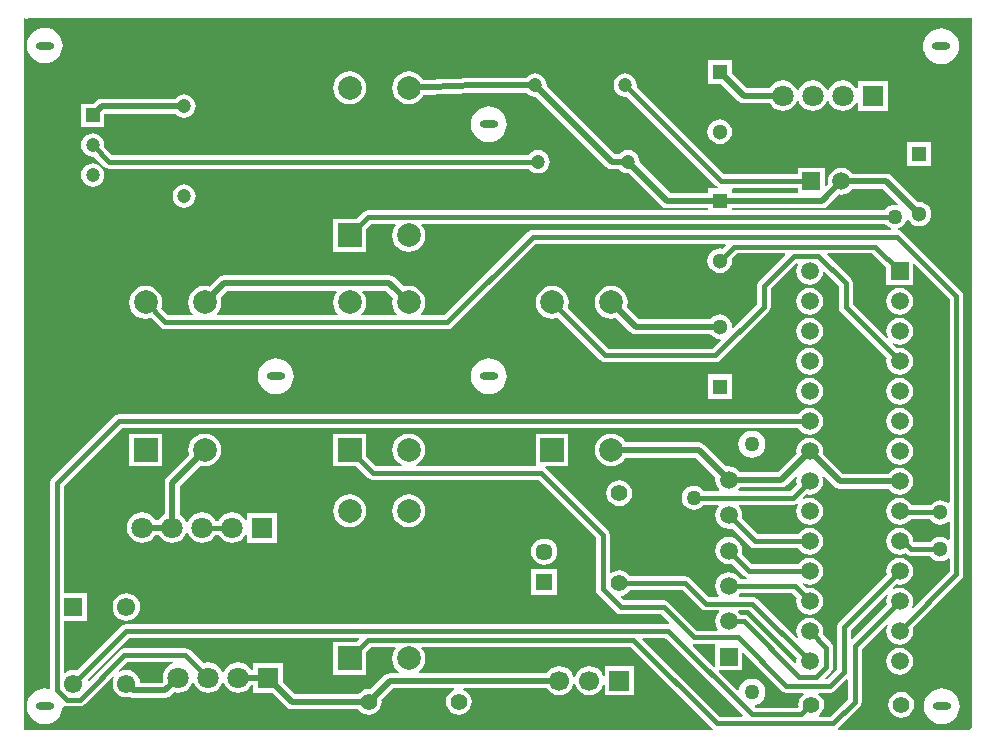
<source format=gbr>
%TF.GenerationSoftware,Altium Limited,Altium Designer,20.2.7 (254)*%
G04 Layer_Physical_Order=2*
G04 Layer_Color=16711680*
%FSLAX26Y26*%
%MOIN*%
%TF.SameCoordinates,9B8E3E2B-FE8D-437B-BC4F-748A5F5A7EBC*%
%TF.FilePolarity,Positive*%
%TF.FileFunction,Copper,L2,Bot,Signal*%
%TF.Part,Single*%
G01*
G75*
%TA.AperFunction,Conductor*%
%ADD10C,0.015000*%
%ADD11C,0.020000*%
%TA.AperFunction,ComponentPad*%
%ADD13C,0.070866*%
%ADD14R,0.070866X0.070866*%
%ADD15R,0.078740X0.078740*%
%ADD16C,0.078740*%
%ADD17C,0.047244*%
%ADD18R,0.057087X0.057087*%
%ADD19C,0.057087*%
%ADD20C,0.059843*%
%ADD21C,0.050000*%
%ADD22R,0.059843X0.059843*%
%ADD23C,0.051181*%
%ADD24R,0.051181X0.051181*%
%TA.AperFunction,ViaPad*%
%ADD25O,0.061024X0.023622*%
%TA.AperFunction,ComponentPad*%
%ADD26R,0.059055X0.059055*%
%ADD27C,0.059055*%
%ADD28C,0.051181*%
%ADD29C,0.055118*%
%ADD30R,0.047244X0.047244*%
%ADD31C,0.061024*%
%ADD32R,0.061024X0.061024*%
%ADD33R,0.066929X0.066929*%
%ADD34C,0.066929*%
%TA.AperFunction,ViaPad*%
%ADD35C,0.050000*%
G36*
X2575472Y1790490D02*
X2355590D01*
Y1805590D01*
X2359982Y1807059D01*
X2575472D01*
Y1790490D01*
D02*
G37*
G36*
X2908862Y1755090D02*
X2906526Y1750354D01*
X2899000Y1751345D01*
X2888558Y1749970D01*
X2878827Y1745940D01*
X2870472Y1739528D01*
X2866184Y1733941D01*
X2355590D01*
Y1739510D01*
X2655000D01*
X2664755Y1741450D01*
X2673024Y1746976D01*
X2712168Y1786120D01*
X2720000Y1785088D01*
X2731624Y1786619D01*
X2742456Y1791105D01*
X2751757Y1798243D01*
X2756567Y1804510D01*
X2859442D01*
X2908862Y1755090D01*
D02*
G37*
G36*
X0Y2375000D02*
X245D01*
X2873Y2370747D01*
X2872Y2370745D01*
X0Y2365000D01*
X10000Y2375000D01*
X3155000D01*
Y10000D01*
X3145000Y0D01*
X2709331D01*
X2707814Y5000D01*
X2709710Y6266D01*
X2781222Y77778D01*
X2786195Y85221D01*
X2787941Y94000D01*
Y270498D01*
X2871255Y353812D01*
X2875494Y350979D01*
X2871619Y341624D01*
X2870088Y330000D01*
X2871619Y318376D01*
X2876105Y307544D01*
X2883243Y298243D01*
X2892544Y291105D01*
X2903376Y286619D01*
X2915000Y285088D01*
X2926624Y286619D01*
X2937456Y291105D01*
X2946757Y298243D01*
X2953895Y307544D01*
X2958381Y318376D01*
X2959912Y330000D01*
X2958461Y341018D01*
X3120222Y502778D01*
X3125195Y510221D01*
X3126941Y519000D01*
Y1448000D01*
X3125195Y1456779D01*
X3120222Y1464222D01*
X2923222Y1661222D01*
X2915779Y1666195D01*
X2910421Y1667260D01*
X2909943Y1669588D01*
X2910296Y1672383D01*
X2919173Y1676060D01*
X2927528Y1682472D01*
X2933940Y1690827D01*
X2937970Y1700558D01*
X2938148Y1701906D01*
X2943280Y1702582D01*
X2944544Y1699530D01*
X2951050Y1691051D01*
X2959530Y1684544D01*
X2969404Y1680454D01*
X2980000Y1679059D01*
X2990596Y1680454D01*
X3000470Y1684544D01*
X3008950Y1691051D01*
X3015456Y1699530D01*
X3019546Y1709404D01*
X3020941Y1720000D01*
X3019546Y1730596D01*
X3015456Y1740470D01*
X3008950Y1748949D01*
X3000470Y1755456D01*
X2990596Y1759546D01*
X2980000Y1760941D01*
X2975676Y1760372D01*
X2888024Y1848024D01*
X2879755Y1853550D01*
X2870000Y1855490D01*
X2756567D01*
X2751757Y1861757D01*
X2742456Y1868895D01*
X2731624Y1873381D01*
X2720000Y1874912D01*
X2708376Y1873381D01*
X2697544Y1868895D01*
X2688243Y1861757D01*
X2681105Y1852456D01*
X2676619Y1841624D01*
X2675088Y1830000D01*
X2676119Y1822168D01*
X2669147Y1815195D01*
X2664528Y1817108D01*
Y1874527D01*
X2575472D01*
Y1852941D01*
X2329502D01*
X2038198Y2144245D01*
X2038955Y2150000D01*
X2037628Y2160082D01*
X2033736Y2169478D01*
X2027546Y2177546D01*
X2019478Y2183736D01*
X2010082Y2187628D01*
X2000000Y2188955D01*
X1989918Y2187628D01*
X1980522Y2183736D01*
X1972454Y2177546D01*
X1966264Y2169478D01*
X1962372Y2160082D01*
X1961045Y2150000D01*
X1962372Y2139918D01*
X1966264Y2130522D01*
X1972454Y2122454D01*
X1980522Y2116264D01*
X1989918Y2112372D01*
X2000000Y2111045D01*
X2005755Y2111802D01*
X2303778Y1813778D01*
X2308549Y1810591D01*
X2307033Y1805591D01*
X2274410D01*
Y1790490D01*
X2150558D01*
X2048617Y1892431D01*
X2048955Y1895000D01*
X2047628Y1905082D01*
X2043736Y1914478D01*
X2037546Y1922546D01*
X2029478Y1928736D01*
X2020082Y1932628D01*
X2010000Y1933955D01*
X1999918Y1932628D01*
X1990522Y1928736D01*
X1982454Y1922546D01*
X1980877Y1920490D01*
X1965558D01*
X1738617Y2147431D01*
X1738955Y2150000D01*
X1737628Y2160082D01*
X1733736Y2169478D01*
X1727546Y2177546D01*
X1719478Y2183736D01*
X1710082Y2187628D01*
X1700000Y2188955D01*
X1689918Y2187628D01*
X1680522Y2183736D01*
X1672454Y2177546D01*
X1670877Y2175490D01*
X1498936D01*
X1498422Y2175387D01*
X1497904Y2175469D01*
X1325907Y2168499D01*
X1317203Y2179841D01*
X1305846Y2188556D01*
X1292620Y2194035D01*
X1278426Y2195903D01*
X1264233Y2194035D01*
X1251006Y2188556D01*
X1239649Y2179841D01*
X1230934Y2168484D01*
X1225455Y2155258D01*
X1223587Y2141064D01*
X1225455Y2126870D01*
X1230934Y2113644D01*
X1239649Y2102287D01*
X1251006Y2093572D01*
X1264233Y2088093D01*
X1278426Y2086225D01*
X1292620Y2088093D01*
X1305846Y2093572D01*
X1317203Y2102287D01*
X1325918Y2113644D01*
X1327533Y2117543D01*
X1499452Y2124510D01*
X1670877D01*
X1672454Y2122454D01*
X1680522Y2116264D01*
X1689918Y2112372D01*
X1700000Y2111045D01*
X1702569Y2111383D01*
X1936976Y1876976D01*
X1945245Y1871450D01*
X1955000Y1869510D01*
X1980877D01*
X1982454Y1867454D01*
X1990522Y1861264D01*
X1999918Y1857372D01*
X2010000Y1856045D01*
X2012569Y1856383D01*
X2121976Y1746976D01*
X2130245Y1741450D01*
X2140000Y1739510D01*
X2274410D01*
Y1733941D01*
X1143638D01*
X1134859Y1732195D01*
X1127416Y1727222D01*
X1103503Y1703308D01*
X1027206D01*
Y1594568D01*
X1135946D01*
Y1670865D01*
X1153140Y1688059D01*
X1233610D01*
X1236076Y1683059D01*
X1230934Y1676358D01*
X1225455Y1663131D01*
X1223587Y1648938D01*
X1225455Y1634745D01*
X1230934Y1621518D01*
X1239649Y1610161D01*
X1251006Y1601446D01*
X1264233Y1595967D01*
X1278426Y1594099D01*
X1292620Y1595967D01*
X1305846Y1601446D01*
X1317203Y1610161D01*
X1325918Y1621518D01*
X1331397Y1634745D01*
X1333265Y1648938D01*
X1331397Y1663131D01*
X1325918Y1676358D01*
X1320776Y1683059D01*
X1323242Y1688059D01*
X2866184D01*
X2870472Y1682472D01*
X2878827Y1676060D01*
X2886358Y1672941D01*
X2885363Y1667941D01*
X1692000D01*
X1683221Y1666195D01*
X1675778Y1661222D01*
X1397498Y1382941D01*
X1318915D01*
X1317705Y1387941D01*
X1325918Y1398644D01*
X1331397Y1411870D01*
X1333265Y1426064D01*
X1331397Y1440257D01*
X1325918Y1453484D01*
X1317203Y1464841D01*
X1305846Y1473556D01*
X1292620Y1479035D01*
X1278426Y1480903D01*
X1264233Y1479035D01*
X1262303Y1478235D01*
X1231514Y1509024D01*
X1223245Y1514550D01*
X1213490Y1516490D01*
X663362D01*
X653607Y1514550D01*
X645338Y1509024D01*
X614549Y1478235D01*
X612620Y1479035D01*
X598426Y1480903D01*
X584232Y1479035D01*
X571006Y1473556D01*
X559649Y1464841D01*
X550934Y1453484D01*
X545455Y1440257D01*
X543587Y1426064D01*
X545455Y1411870D01*
X550934Y1398644D01*
X559147Y1387941D01*
X557937Y1382941D01*
X477142D01*
X452692Y1407392D01*
X454547Y1411870D01*
X456415Y1426064D01*
X454547Y1440257D01*
X449068Y1453484D01*
X440353Y1464841D01*
X428996Y1473556D01*
X415769Y1479035D01*
X401576Y1480903D01*
X387382Y1479035D01*
X374156Y1473556D01*
X362799Y1464841D01*
X354084Y1453484D01*
X348605Y1440257D01*
X346737Y1426064D01*
X348605Y1411870D01*
X354084Y1398644D01*
X362799Y1387287D01*
X374156Y1378572D01*
X387382Y1373093D01*
X401576Y1371225D01*
X415769Y1373093D01*
X420248Y1374948D01*
X451418Y1343778D01*
X458861Y1338805D01*
X467640Y1337059D01*
X1407000D01*
X1415779Y1338805D01*
X1423222Y1343778D01*
X1701502Y1622059D01*
X2333083D01*
X2334997Y1617440D01*
X2322509Y1604952D01*
X2315000Y1605941D01*
X2304404Y1604546D01*
X2294530Y1600456D01*
X2286050Y1593949D01*
X2279544Y1585470D01*
X2275454Y1575596D01*
X2274059Y1565000D01*
X2275454Y1554404D01*
X2279544Y1544530D01*
X2286050Y1536051D01*
X2294530Y1529544D01*
X2304404Y1525454D01*
X2315000Y1524059D01*
X2325596Y1525454D01*
X2335470Y1529544D01*
X2343950Y1536051D01*
X2350456Y1544530D01*
X2354546Y1554404D01*
X2355941Y1565000D01*
X2354952Y1572509D01*
X2371530Y1589087D01*
X2531083D01*
X2532997Y1584468D01*
X2446778Y1498250D01*
X2441805Y1490807D01*
X2440059Y1482028D01*
Y1421502D01*
X2360286Y1341729D01*
X2355801Y1343940D01*
X2355941Y1345000D01*
X2354546Y1355596D01*
X2350456Y1365470D01*
X2343950Y1373949D01*
X2335470Y1380456D01*
X2325596Y1384546D01*
X2315000Y1385941D01*
X2304404Y1384546D01*
X2294530Y1380456D01*
X2286050Y1373949D01*
X2283396Y1370490D01*
X2045046D01*
X2005597Y1409939D01*
X2006397Y1411869D01*
X2008265Y1426062D01*
X2006397Y1440255D01*
X2000918Y1453482D01*
X1992203Y1464839D01*
X1980846Y1473554D01*
X1967620Y1479033D01*
X1953426Y1480901D01*
X1939233Y1479033D01*
X1926006Y1473554D01*
X1914649Y1464839D01*
X1905934Y1453482D01*
X1900455Y1440255D01*
X1898587Y1426062D01*
X1900455Y1411869D01*
X1905934Y1398642D01*
X1914649Y1387285D01*
X1926006Y1378570D01*
X1939233Y1373091D01*
X1953426Y1371223D01*
X1967620Y1373091D01*
X1969549Y1373891D01*
X2016464Y1326976D01*
X2024734Y1321450D01*
X2034488Y1319510D01*
X2283396D01*
X2286050Y1316051D01*
X2294530Y1309544D01*
X2304404Y1305454D01*
X2315000Y1304059D01*
X2316060Y1304199D01*
X2318271Y1299714D01*
X2290498Y1271941D01*
X1943140D01*
X1807691Y1407390D01*
X1809547Y1411869D01*
X1811415Y1426062D01*
X1809547Y1440255D01*
X1804068Y1453482D01*
X1795353Y1464839D01*
X1783996Y1473554D01*
X1770770Y1479033D01*
X1756576Y1480901D01*
X1742382Y1479033D01*
X1729156Y1473554D01*
X1717799Y1464839D01*
X1709084Y1453482D01*
X1703605Y1440255D01*
X1701737Y1426062D01*
X1703605Y1411869D01*
X1709084Y1398642D01*
X1717799Y1387285D01*
X1729156Y1378570D01*
X1742382Y1373091D01*
X1756576Y1371223D01*
X1770770Y1373091D01*
X1775248Y1374947D01*
X1917416Y1232778D01*
X1924859Y1227805D01*
X1933638Y1226059D01*
X2300000D01*
X2308779Y1227805D01*
X2316222Y1232778D01*
X2479222Y1395778D01*
X2484195Y1403221D01*
X2485941Y1412000D01*
Y1472526D01*
X2571010Y1557594D01*
X2573516Y1557295D01*
X2575791Y1553044D01*
X2575906Y1551974D01*
X2571619Y1541624D01*
X2570088Y1530000D01*
X2571619Y1518376D01*
X2576105Y1507544D01*
X2583243Y1498243D01*
X2592544Y1491105D01*
X2603376Y1486619D01*
X2615000Y1485088D01*
X2626624Y1486619D01*
X2637456Y1491105D01*
X2646757Y1498243D01*
X2653895Y1507544D01*
X2658381Y1518376D01*
X2659397Y1526089D01*
X2664676Y1527881D01*
X2712059Y1480498D01*
Y1410000D01*
X2713805Y1401221D01*
X2718778Y1393778D01*
X2871539Y1241018D01*
X2870088Y1230000D01*
X2871619Y1218376D01*
X2876105Y1207544D01*
X2883243Y1198243D01*
X2892544Y1191105D01*
X2903376Y1186619D01*
X2915000Y1185088D01*
X2926624Y1186619D01*
X2937456Y1191105D01*
X2946757Y1198243D01*
X2953895Y1207544D01*
X2958381Y1218376D01*
X2959912Y1230000D01*
X2958381Y1241624D01*
X2953895Y1252456D01*
X2946757Y1261757D01*
X2937456Y1268895D01*
X2926624Y1273381D01*
X2915000Y1274912D01*
X2903982Y1273461D01*
X2891188Y1286255D01*
X2894021Y1290494D01*
X2903376Y1286619D01*
X2915000Y1285088D01*
X2926624Y1286619D01*
X2937456Y1291105D01*
X2946757Y1298243D01*
X2953895Y1307544D01*
X2958381Y1318376D01*
X2959912Y1330000D01*
X2958381Y1341624D01*
X2953895Y1352456D01*
X2946757Y1361757D01*
X2937456Y1368895D01*
X2926624Y1373381D01*
X2915000Y1374912D01*
X2903376Y1373381D01*
X2892544Y1368895D01*
X2883243Y1361757D01*
X2876105Y1352456D01*
X2871619Y1341624D01*
X2870088Y1330000D01*
X2871619Y1318376D01*
X2875494Y1309021D01*
X2871255Y1306188D01*
X2757941Y1419502D01*
Y1490000D01*
X2756195Y1498779D01*
X2751222Y1506222D01*
X2672975Y1584468D01*
X2674889Y1589087D01*
X2823470D01*
X2870472Y1542084D01*
Y1485473D01*
X2959528D01*
Y1553496D01*
X2964147Y1555410D01*
X3081059Y1438498D01*
Y759657D01*
X3076059Y757191D01*
X3070470Y761480D01*
X3060596Y765570D01*
X3050000Y766965D01*
X3039404Y765570D01*
X3029530Y761480D01*
X3021050Y754973D01*
X3017965Y750953D01*
X2954517D01*
X2953895Y752456D01*
X2946757Y761757D01*
X2937456Y768895D01*
X2926624Y773381D01*
X2915000Y774912D01*
X2903376Y773381D01*
X2892544Y768895D01*
X2883243Y761757D01*
X2876105Y752456D01*
X2871619Y741624D01*
X2870088Y730000D01*
X2871619Y718376D01*
X2876105Y707544D01*
X2883243Y698243D01*
X2892544Y691105D01*
X2903376Y686619D01*
X2915000Y685088D01*
X2926624Y686619D01*
X2937456Y691105D01*
X2946757Y698243D01*
X2951997Y705071D01*
X3014914D01*
X3021050Y697074D01*
X3029530Y690568D01*
X3039404Y686478D01*
X3050000Y685083D01*
X3060596Y686478D01*
X3070470Y690568D01*
X3076059Y694857D01*
X3081059Y692391D01*
Y637609D01*
X3076059Y635143D01*
X3070470Y639432D01*
X3060596Y643522D01*
X3050000Y644917D01*
X3039404Y643522D01*
X3029530Y639432D01*
X3021050Y632926D01*
X3016440Y626917D01*
X2963681D01*
X2959912Y630000D01*
X2958381Y641624D01*
X2953895Y652456D01*
X2946757Y661757D01*
X2937456Y668895D01*
X2926624Y673381D01*
X2915000Y674912D01*
X2903376Y673381D01*
X2892544Y668895D01*
X2883243Y661757D01*
X2876105Y652456D01*
X2871619Y641624D01*
X2870088Y630000D01*
X2871619Y618376D01*
X2876105Y607544D01*
X2883243Y598243D01*
X2892544Y591105D01*
X2903376Y586619D01*
X2915000Y585088D01*
X2926624Y586619D01*
X2934569Y589909D01*
X2936724Y587754D01*
X2944166Y582782D01*
X2952945Y581035D01*
X3016440D01*
X3021050Y575027D01*
X3029530Y568520D01*
X3039404Y564430D01*
X3050000Y563035D01*
X3060596Y564430D01*
X3070470Y568520D01*
X3076059Y572809D01*
X3081059Y570343D01*
Y528502D01*
X2958745Y406188D01*
X2954506Y409021D01*
X2958381Y418376D01*
X2959912Y430000D01*
X2958381Y441624D01*
X2953895Y452456D01*
X2946757Y461757D01*
X2937456Y468895D01*
X2926624Y473381D01*
X2915000Y474912D01*
X2903376Y473381D01*
X2894021Y469506D01*
X2891188Y473745D01*
X2903982Y486539D01*
X2915000Y485088D01*
X2926624Y486619D01*
X2937456Y491105D01*
X2946757Y498243D01*
X2953895Y507544D01*
X2958381Y518376D01*
X2959912Y530000D01*
X2958381Y541624D01*
X2953895Y552456D01*
X2946757Y561757D01*
X2937456Y568895D01*
X2926624Y573381D01*
X2915000Y574912D01*
X2903376Y573381D01*
X2892544Y568895D01*
X2883243Y561757D01*
X2876105Y552456D01*
X2871619Y541624D01*
X2870088Y530000D01*
X2871539Y518982D01*
X2713778Y361222D01*
X2708805Y353779D01*
X2707059Y345000D01*
Y204502D01*
X2673470Y170913D01*
X2668467D01*
X2666553Y175532D01*
X2686222Y195200D01*
X2691195Y202643D01*
X2692941Y211422D01*
Y275000D01*
X2691195Y283779D01*
X2686222Y291222D01*
X2658461Y318982D01*
X2659912Y330000D01*
X2658381Y341624D01*
X2653895Y352456D01*
X2646757Y361757D01*
X2637456Y368895D01*
X2626624Y373381D01*
X2615000Y374912D01*
X2603376Y373381D01*
X2592544Y368895D01*
X2583243Y361757D01*
X2576105Y352456D01*
X2571619Y341624D01*
X2570088Y330000D01*
X2571619Y318376D01*
X2575494Y309021D01*
X2571255Y306188D01*
X2439222Y438222D01*
X2431779Y443195D01*
X2423000Y444941D01*
X2379884D01*
X2378043Y449941D01*
X2384019Y457729D01*
X2554828D01*
X2571539Y441018D01*
X2570088Y430000D01*
X2571619Y418376D01*
X2576105Y407544D01*
X2583243Y398243D01*
X2592544Y391105D01*
X2603376Y386619D01*
X2615000Y385088D01*
X2626624Y386619D01*
X2637456Y391105D01*
X2646757Y398243D01*
X2653895Y407544D01*
X2658381Y418376D01*
X2659912Y430000D01*
X2658381Y441624D01*
X2653895Y452456D01*
X2646757Y461757D01*
X2637456Y468895D01*
X2626624Y473381D01*
X2615000Y474912D01*
X2603982Y473461D01*
X2591188Y486255D01*
X2594021Y490494D01*
X2603376Y486619D01*
X2615000Y485088D01*
X2626624Y486619D01*
X2637456Y491105D01*
X2646757Y498243D01*
X2653895Y507544D01*
X2658381Y518376D01*
X2659912Y530000D01*
X2658381Y541624D01*
X2653895Y552456D01*
X2646757Y561757D01*
X2637456Y568895D01*
X2626624Y573381D01*
X2615000Y574912D01*
X2603376Y573381D01*
X2592544Y568895D01*
X2583243Y561757D01*
X2576477Y552941D01*
X2423282D01*
X2388812Y587411D01*
X2390309Y598780D01*
X2388765Y610507D01*
X2384239Y621434D01*
X2377038Y630818D01*
X2367654Y638019D01*
X2356727Y642545D01*
X2345000Y644089D01*
X2333273Y642545D01*
X2322346Y638019D01*
X2312962Y630818D01*
X2305761Y621434D01*
X2301235Y610507D01*
X2299691Y598780D01*
X2301235Y587053D01*
X2305761Y576126D01*
X2312962Y566742D01*
X2322346Y559541D01*
X2333273Y555015D01*
X2345000Y553471D01*
X2356369Y554968D01*
X2397558Y513778D01*
X2405001Y508805D01*
X2405980Y508611D01*
X2405487Y503611D01*
X2384019D01*
X2377038Y512708D01*
X2367654Y519909D01*
X2356727Y524435D01*
X2345000Y525979D01*
X2333273Y524435D01*
X2322346Y519909D01*
X2312962Y512708D01*
X2305761Y503324D01*
X2301235Y492397D01*
X2299691Y480670D01*
X2301235Y468943D01*
X2305761Y458016D01*
X2311957Y449941D01*
X2310116Y444941D01*
X2277502D01*
X2216222Y506222D01*
X2208779Y511195D01*
X2200000Y512941D01*
X2016041D01*
X2010353Y520353D01*
X2001463Y527175D01*
X1991110Y531463D01*
X1980000Y532926D01*
X1968890Y531463D01*
X1958537Y527175D01*
X1952941Y522881D01*
X1947941Y525347D01*
Y652000D01*
X1946195Y660779D01*
X1941222Y668222D01*
X1736222Y873222D01*
X1734210Y874566D01*
X1735726Y879566D01*
X1810946D01*
Y988306D01*
X1702206D01*
Y879941D01*
X1303207D01*
X1302212Y884941D01*
X1305846Y886446D01*
X1317203Y895161D01*
X1325918Y906518D01*
X1331397Y919745D01*
X1333265Y933938D01*
X1331397Y948131D01*
X1325918Y961358D01*
X1317203Y972715D01*
X1305846Y981430D01*
X1292620Y986909D01*
X1278426Y988777D01*
X1264233Y986909D01*
X1251006Y981430D01*
X1239649Y972715D01*
X1230934Y961358D01*
X1225455Y948131D01*
X1223587Y933938D01*
X1225455Y919745D01*
X1230934Y906518D01*
X1239649Y895161D01*
X1251006Y886446D01*
X1254640Y884941D01*
X1253645Y879941D01*
X1168016D01*
X1135946Y912011D01*
Y988308D01*
X1027206D01*
Y879568D01*
X1103503D01*
X1142292Y840778D01*
X1149735Y835805D01*
X1158514Y834059D01*
X1710498D01*
X1902059Y642498D01*
Y470000D01*
X1903805Y461221D01*
X1908778Y453778D01*
X1968778Y393778D01*
X1976221Y388805D01*
X1985000Y387059D01*
X2118498D01*
X2147582Y357975D01*
X2145119Y353367D01*
X2143190Y353751D01*
X335810D01*
X327031Y352005D01*
X319588Y347032D01*
X171892Y199336D01*
X171881Y199340D01*
X160000Y200905D01*
X148119Y199340D01*
X137048Y194755D01*
X133425Y191975D01*
X128941Y194186D01*
Y365394D01*
X205512D01*
Y456418D01*
X128941D01*
Y814498D01*
X321502Y1007059D01*
X2576477D01*
X2583243Y998243D01*
X2592544Y991105D01*
X2603376Y986619D01*
X2615000Y985088D01*
X2626624Y986619D01*
X2637456Y991105D01*
X2646757Y998243D01*
X2653895Y1007544D01*
X2658381Y1018376D01*
X2659912Y1030000D01*
X2658381Y1041624D01*
X2653895Y1052456D01*
X2646757Y1061757D01*
X2637456Y1068895D01*
X2626624Y1073381D01*
X2615000Y1074912D01*
X2603376Y1073381D01*
X2592544Y1068895D01*
X2583243Y1061757D01*
X2576477Y1052941D01*
X312000D01*
X303221Y1051195D01*
X295778Y1046222D01*
X89778Y840222D01*
X84805Y832779D01*
X83059Y824000D01*
Y140760D01*
X79043Y137782D01*
X76639Y138511D01*
X65000Y139657D01*
X53361Y138511D01*
X42170Y135116D01*
X31856Y129603D01*
X22816Y122184D01*
X15397Y113144D01*
X9884Y102830D01*
X6489Y91639D01*
X5343Y80000D01*
X6489Y68361D01*
X9884Y57170D01*
X15397Y46856D01*
X22816Y37816D01*
X31856Y30397D01*
X42170Y24884D01*
X53361Y21489D01*
X65000Y20343D01*
X76639Y21489D01*
X87830Y24884D01*
X98144Y30397D01*
X107184Y37816D01*
X114603Y46856D01*
X120116Y57170D01*
X123511Y68361D01*
X124459Y77988D01*
X129058Y80701D01*
X129610Y80724D01*
X138040Y79047D01*
X181960D01*
X190739Y80793D01*
X198182Y85766D01*
X293555Y181140D01*
X297411Y177952D01*
X292826Y166881D01*
X291262Y155000D01*
X292826Y143119D01*
X297411Y132048D01*
X304707Y122541D01*
X314214Y115246D01*
X325285Y110660D01*
X337166Y109096D01*
X347632Y110473D01*
X349911Y108951D01*
X359666Y107010D01*
X467500D01*
X477255Y108951D01*
X485524Y114476D01*
X496904Y125856D01*
X510000Y124132D01*
X523166Y125865D01*
X535434Y130947D01*
X545969Y139031D01*
X554053Y149566D01*
X557294Y157390D01*
X562706D01*
X565947Y149566D01*
X574031Y139031D01*
X584566Y130947D01*
X596834Y125865D01*
X610000Y124132D01*
X623166Y125865D01*
X635434Y130947D01*
X645969Y139031D01*
X654053Y149566D01*
X657294Y157390D01*
X662706D01*
X665947Y149566D01*
X674031Y139031D01*
X684566Y130947D01*
X696834Y125865D01*
X710000Y124132D01*
X723166Y125865D01*
X735434Y130947D01*
X745969Y139031D01*
X754010Y149510D01*
X759567D01*
Y124567D01*
X824385D01*
X871976Y76976D01*
X880245Y71451D01*
X890000Y69510D01*
X1110915D01*
X1114647Y64647D01*
X1123537Y57825D01*
X1133890Y53536D01*
X1145000Y52074D01*
X1156110Y53536D01*
X1166463Y57825D01*
X1175353Y64647D01*
X1182175Y73537D01*
X1186464Y83890D01*
X1187926Y95000D01*
X1187126Y101078D01*
X1225558Y139510D01*
X1428179D01*
X1429174Y134510D01*
X1423537Y132175D01*
X1414647Y125353D01*
X1407825Y116463D01*
X1403536Y106110D01*
X1402074Y95000D01*
X1403536Y83890D01*
X1407825Y73537D01*
X1414647Y64647D01*
X1423537Y57825D01*
X1433890Y53536D01*
X1445000Y52074D01*
X1456110Y53536D01*
X1466463Y57825D01*
X1475353Y64647D01*
X1482175Y73537D01*
X1486464Y83890D01*
X1487926Y95000D01*
X1486464Y106110D01*
X1482175Y116463D01*
X1475353Y125353D01*
X1466463Y132175D01*
X1460826Y134510D01*
X1461821Y139510D01*
X1738471D01*
X1745435Y130435D01*
X1755559Y122666D01*
X1767348Y117783D01*
X1780000Y116117D01*
X1792652Y117783D01*
X1804441Y122666D01*
X1814565Y130435D01*
X1822334Y140559D01*
X1827217Y152348D01*
X1827478Y154333D01*
X1832522D01*
X1832783Y152348D01*
X1837666Y140559D01*
X1845435Y130435D01*
X1855559Y122666D01*
X1867348Y117783D01*
X1880000Y116117D01*
X1892652Y117783D01*
X1904441Y122666D01*
X1914565Y130435D01*
X1922334Y140559D01*
X1926535Y150703D01*
X1931535Y149708D01*
Y116535D01*
X2028465D01*
Y213464D01*
X1931535D01*
Y180292D01*
X1926535Y179297D01*
X1922334Y189441D01*
X1914565Y199565D01*
X1904441Y207334D01*
X1892652Y212217D01*
X1880000Y213883D01*
X1867348Y212217D01*
X1855559Y207334D01*
X1845435Y199565D01*
X1837666Y189441D01*
X1832783Y177652D01*
X1832522Y175667D01*
X1827478D01*
X1827217Y177652D01*
X1822334Y189441D01*
X1814565Y199565D01*
X1804441Y207334D01*
X1792652Y212217D01*
X1780000Y213883D01*
X1767348Y212217D01*
X1755559Y207334D01*
X1745435Y199565D01*
X1738471Y190490D01*
X1312813D01*
X1311116Y195490D01*
X1317203Y200161D01*
X1325918Y211518D01*
X1331397Y224744D01*
X1333265Y238938D01*
X1331397Y253131D01*
X1325918Y266358D01*
X1320922Y272869D01*
X1323388Y277869D01*
X2017688D01*
X2289290Y6266D01*
X2291186Y5000D01*
X2289669Y0D01*
X-5000D01*
Y2373467D01*
X-381Y2375381D01*
X0Y2375000D01*
D02*
G37*
G36*
X1226255Y1442187D02*
X1225455Y1440257D01*
X1223587Y1426064D01*
X1225455Y1411870D01*
X1230934Y1398644D01*
X1239147Y1387941D01*
X1237937Y1382941D01*
X1122065D01*
X1120855Y1387941D01*
X1129068Y1398644D01*
X1134547Y1411870D01*
X1136415Y1426064D01*
X1134547Y1440257D01*
X1129068Y1453484D01*
X1123677Y1460510D01*
X1126142Y1465510D01*
X1202932D01*
X1226255Y1442187D01*
D02*
G37*
G36*
X1039476Y1460510D02*
X1034084Y1453484D01*
X1028605Y1440257D01*
X1026737Y1426064D01*
X1028605Y1411870D01*
X1034084Y1398644D01*
X1042297Y1387941D01*
X1041087Y1382941D01*
X638915D01*
X637705Y1387941D01*
X645918Y1398644D01*
X651397Y1411870D01*
X653265Y1426064D01*
X651397Y1440257D01*
X650597Y1442187D01*
X673920Y1465510D01*
X1037010D01*
X1039476Y1460510D01*
D02*
G37*
G36*
X2251778Y405778D02*
X2259221Y400805D01*
X2268000Y399059D01*
X2311447D01*
X2311454Y399041D01*
X2312548Y394059D01*
X2305761Y385214D01*
X2301235Y374287D01*
X2299691Y362560D01*
X2301235Y350833D01*
X2305761Y339906D01*
X2308432Y336425D01*
X2306220Y331941D01*
X2238502D01*
X2144222Y426222D01*
X2136779Y431195D01*
X2128000Y432941D01*
X1994502D01*
X1984323Y443120D01*
X1985930Y447855D01*
X1991110Y448536D01*
X2001463Y452825D01*
X2010353Y459647D01*
X2016041Y467059D01*
X2190498D01*
X2251778Y405778D01*
D02*
G37*
G36*
X2875494Y450979D02*
X2871619Y441624D01*
X2870088Y430000D01*
X2871539Y418982D01*
X2757560Y305003D01*
X2752941Y306917D01*
Y335498D01*
X2871255Y453812D01*
X2875494Y450979D01*
D02*
G37*
G36*
X2571539Y241018D02*
X2570088Y230000D01*
X2570535Y226604D01*
X2566051Y224392D01*
X2411662Y378782D01*
X2404219Y383755D01*
X2395440Y385501D01*
X2384019D01*
X2377452Y394059D01*
X2378546Y399041D01*
X2378553Y399059D01*
X2413498D01*
X2571539Y241018D01*
D02*
G37*
G36*
X2229000Y286059D02*
X2300079D01*
Y212897D01*
X2295459Y210984D01*
X2224608Y281835D01*
X2227072Y286443D01*
X2229000Y286059D01*
D02*
G37*
G36*
X494237Y223059D02*
X484566Y219053D01*
X474031Y210969D01*
X465947Y200434D01*
X460865Y188166D01*
X459132Y175000D01*
X460856Y161904D01*
X456942Y157990D01*
X382677D01*
X381506Y166881D01*
X376921Y177952D01*
X369625Y187459D01*
X360118Y194755D01*
X349047Y199340D01*
X337166Y200905D01*
X325285Y199340D01*
X314214Y194755D01*
X311026Y198611D01*
X340474Y228059D01*
X493243D01*
X494237Y223059D01*
D02*
G37*
G36*
X1113443Y303250D02*
X1103501Y293308D01*
X1027204D01*
Y184568D01*
X1135944D01*
Y260865D01*
X1152948Y277869D01*
X1233465D01*
X1235930Y272869D01*
X1230934Y266358D01*
X1225455Y253131D01*
X1223587Y238938D01*
X1225455Y224744D01*
X1230934Y211518D01*
X1239649Y200161D01*
X1245736Y195490D01*
X1244039Y190490D01*
X1215000D01*
X1205245Y188549D01*
X1196976Y183024D01*
X1151078Y137126D01*
X1145000Y137926D01*
X1133890Y136464D01*
X1123537Y132175D01*
X1114647Y125353D01*
X1110915Y120490D01*
X900558D01*
X860433Y160615D01*
Y225433D01*
X759567D01*
Y200490D01*
X754010D01*
X745969Y210969D01*
X735434Y219053D01*
X723166Y224135D01*
X710000Y225868D01*
X696834Y224135D01*
X684566Y219053D01*
X674031Y210969D01*
X665947Y200434D01*
X662706Y192610D01*
X657294D01*
X654053Y200434D01*
X645969Y210969D01*
X635434Y219053D01*
X623166Y224135D01*
X610000Y225868D01*
X596834Y224135D01*
X594341Y223102D01*
X550222Y267222D01*
X542779Y272195D01*
X534000Y273941D01*
X330972D01*
X322193Y272195D01*
X314750Y267222D01*
X211640Y164111D01*
X206218Y165761D01*
X205722Y168279D01*
X345312Y307869D01*
X1111529D01*
X1113443Y303250D01*
D02*
G37*
G36*
X2520806Y131750D02*
X2528249Y126778D01*
X2537028Y125031D01*
X2594046D01*
X2595743Y120031D01*
X2589647Y115353D01*
X2582825Y106463D01*
X2578537Y96110D01*
X2577074Y85000D01*
X2577676Y80429D01*
X2573291Y75429D01*
X2433568D01*
X2432172Y77226D01*
X2433836Y82263D01*
X2434287Y82653D01*
X2444860Y87033D01*
X2454260Y94246D01*
X2461473Y103646D01*
X2466008Y114593D01*
X2467554Y126340D01*
X2466008Y138087D01*
X2461473Y149034D01*
X2454260Y158434D01*
X2444860Y165647D01*
X2433913Y170182D01*
X2422166Y171728D01*
X2410419Y170182D01*
X2399472Y165647D01*
X2390072Y158434D01*
X2382859Y149034D01*
X2378324Y138087D01*
X2377902Y134883D01*
X2373168Y133275D01*
X2311534Y194909D01*
X2313447Y199529D01*
X2389921D01*
Y256103D01*
X2394541Y258016D01*
X2520806Y131750D01*
D02*
G37*
G36*
X2742059Y168083D02*
Y103502D01*
X2683986Y45429D01*
X2646554D01*
X2644857Y50429D01*
X2650353Y54647D01*
X2657175Y63537D01*
X2661463Y73890D01*
X2662926Y85000D01*
X2661463Y96110D01*
X2657175Y106463D01*
X2650353Y115353D01*
X2644257Y120031D01*
X2645954Y125031D01*
X2682972D01*
X2691751Y126778D01*
X2699194Y131750D01*
X2737440Y169997D01*
X2742059Y168083D01*
D02*
G37*
G36*
X2391509Y50048D02*
X2389595Y45429D01*
X2315014D01*
X2057193Y303250D01*
X2059107Y307869D01*
X2133688D01*
X2391509Y50048D01*
D02*
G37*
%LPC*%
G36*
X65000Y2341861D02*
X53361Y2340715D01*
X42170Y2337320D01*
X31856Y2331807D01*
X22816Y2324388D01*
X15397Y2315348D01*
X9884Y2305034D01*
X6489Y2293843D01*
X5343Y2282204D01*
X6489Y2270565D01*
X9884Y2259374D01*
X15397Y2249060D01*
X22816Y2240020D01*
X31856Y2232601D01*
X42170Y2227088D01*
X53361Y2223693D01*
X65000Y2222547D01*
X76639Y2223693D01*
X87830Y2227088D01*
X98144Y2232601D01*
X107184Y2240020D01*
X114603Y2249060D01*
X120116Y2259374D01*
X123511Y2270565D01*
X124657Y2282204D01*
X123511Y2293843D01*
X120116Y2305034D01*
X114603Y2315348D01*
X107184Y2324388D01*
X98144Y2331807D01*
X87830Y2337320D01*
X76639Y2340715D01*
X65000Y2341861D01*
D02*
G37*
G36*
X3052796Y2339657D02*
X3041157Y2338511D01*
X3029966Y2335116D01*
X3019652Y2329603D01*
X3010612Y2322184D01*
X3003193Y2313144D01*
X2997680Y2302830D01*
X2994285Y2291639D01*
X2993139Y2280000D01*
X2994285Y2268361D01*
X2997680Y2257170D01*
X3003193Y2246856D01*
X3010612Y2237816D01*
X3019652Y2230397D01*
X3029966Y2224884D01*
X3041157Y2221489D01*
X3052796Y2220343D01*
X3064435Y2221489D01*
X3075626Y2224884D01*
X3085940Y2230397D01*
X3094980Y2237816D01*
X3102399Y2246856D01*
X3107912Y2257170D01*
X3111307Y2268361D01*
X3112453Y2280000D01*
X3111307Y2291639D01*
X3107912Y2302830D01*
X3102399Y2313144D01*
X3094980Y2322184D01*
X3085940Y2329603D01*
X3075626Y2335116D01*
X3064435Y2338511D01*
X3052796Y2339657D01*
D02*
G37*
G36*
X1081576Y2195903D02*
X1067382Y2194035D01*
X1054156Y2188556D01*
X1042799Y2179841D01*
X1034084Y2168484D01*
X1028605Y2155258D01*
X1026737Y2141064D01*
X1028605Y2126870D01*
X1034084Y2113644D01*
X1042799Y2102287D01*
X1054156Y2093572D01*
X1067382Y2088093D01*
X1081576Y2086225D01*
X1095770Y2088093D01*
X1108996Y2093572D01*
X1120353Y2102287D01*
X1129068Y2113644D01*
X1134547Y2126870D01*
X1136415Y2141064D01*
X1134547Y2155258D01*
X1129068Y2168484D01*
X1120353Y2179841D01*
X1108996Y2188556D01*
X1095770Y2194035D01*
X1081576Y2195903D01*
D02*
G37*
G36*
X2355590Y2235590D02*
X2274410D01*
Y2154410D01*
X2319543D01*
X2376976Y2096976D01*
X2385245Y2091450D01*
X2395000Y2089510D01*
X2480990D01*
X2489031Y2079031D01*
X2499566Y2070947D01*
X2511834Y2065865D01*
X2525000Y2064132D01*
X2538166Y2065865D01*
X2550434Y2070947D01*
X2560969Y2079031D01*
X2569053Y2089566D01*
X2572294Y2097390D01*
X2577706D01*
X2580947Y2089566D01*
X2589031Y2079031D01*
X2599566Y2070947D01*
X2611834Y2065865D01*
X2625000Y2064132D01*
X2638166Y2065865D01*
X2650434Y2070947D01*
X2660969Y2079031D01*
X2669053Y2089566D01*
X2672294Y2097390D01*
X2677706D01*
X2680947Y2089566D01*
X2689031Y2079031D01*
X2699566Y2070947D01*
X2711834Y2065865D01*
X2725000Y2064132D01*
X2738166Y2065865D01*
X2750434Y2070947D01*
X2760969Y2079031D01*
X2769053Y2089566D01*
X2769567Y2090806D01*
X2774567Y2089812D01*
Y2064567D01*
X2875433D01*
Y2165433D01*
X2774567D01*
Y2140188D01*
X2769567Y2139194D01*
X2769053Y2140434D01*
X2760969Y2150969D01*
X2750434Y2159053D01*
X2738166Y2164135D01*
X2725000Y2165868D01*
X2711834Y2164135D01*
X2699566Y2159053D01*
X2689031Y2150969D01*
X2680947Y2140434D01*
X2677706Y2132610D01*
X2672294D01*
X2669053Y2140434D01*
X2660969Y2150969D01*
X2650434Y2159053D01*
X2638166Y2164135D01*
X2625000Y2165868D01*
X2611834Y2164135D01*
X2599566Y2159053D01*
X2589031Y2150969D01*
X2580947Y2140434D01*
X2577706Y2132610D01*
X2572294D01*
X2569053Y2140434D01*
X2560969Y2150969D01*
X2550434Y2159053D01*
X2538166Y2164135D01*
X2525000Y2165868D01*
X2511834Y2164135D01*
X2499566Y2159053D01*
X2489031Y2150969D01*
X2480990Y2140490D01*
X2405558D01*
X2355590Y2190457D01*
Y2235590D01*
D02*
G37*
G36*
X530000Y2118955D02*
X519918Y2117628D01*
X510522Y2113736D01*
X502454Y2107546D01*
X500877Y2105490D01*
X255000D01*
X245245Y2103550D01*
X236976Y2098024D01*
X227574Y2088622D01*
X186378D01*
Y2011378D01*
X263622D01*
Y2052574D01*
X265558Y2054510D01*
X500877D01*
X502454Y2052454D01*
X510522Y2046264D01*
X519918Y2042372D01*
X530000Y2041045D01*
X540082Y2042372D01*
X549478Y2046264D01*
X557546Y2052454D01*
X563736Y2060522D01*
X567628Y2069918D01*
X568955Y2080000D01*
X567628Y2090082D01*
X563736Y2099478D01*
X557546Y2107546D01*
X549478Y2113736D01*
X540082Y2117628D01*
X530000Y2118955D01*
D02*
G37*
G36*
X1545000Y2079657D02*
X1533361Y2078511D01*
X1522170Y2075116D01*
X1511856Y2069603D01*
X1502816Y2062184D01*
X1495397Y2053144D01*
X1489884Y2042830D01*
X1486489Y2031639D01*
X1485343Y2020000D01*
X1486489Y2008361D01*
X1489884Y1997170D01*
X1495397Y1986856D01*
X1502816Y1977816D01*
X1511856Y1970397D01*
X1522170Y1964884D01*
X1533361Y1961489D01*
X1545000Y1960343D01*
X1556639Y1961489D01*
X1567830Y1964884D01*
X1578144Y1970397D01*
X1587184Y1977816D01*
X1594603Y1986856D01*
X1600116Y1997170D01*
X1603511Y2008361D01*
X1604657Y2020000D01*
X1603511Y2031639D01*
X1600116Y2042830D01*
X1594603Y2053144D01*
X1587184Y2062184D01*
X1578144Y2069603D01*
X1567830Y2075116D01*
X1556639Y2078511D01*
X1545000Y2079657D01*
D02*
G37*
G36*
X2315000Y2035941D02*
X2304404Y2034546D01*
X2294530Y2030456D01*
X2286050Y2023949D01*
X2279544Y2015470D01*
X2275454Y2005596D01*
X2274059Y1995000D01*
X2275454Y1984404D01*
X2279544Y1974530D01*
X2286050Y1966051D01*
X2294530Y1959544D01*
X2304404Y1955454D01*
X2315000Y1954059D01*
X2325596Y1955454D01*
X2335470Y1959544D01*
X2343950Y1966051D01*
X2350456Y1974530D01*
X2354546Y1984404D01*
X2355941Y1995000D01*
X2354546Y2005596D01*
X2350456Y2015470D01*
X2343950Y2023949D01*
X2335470Y2030456D01*
X2325596Y2034546D01*
X2315000Y2035941D01*
D02*
G37*
G36*
X3020590Y1960591D02*
X2939410D01*
Y1879409D01*
X3020590D01*
Y1960591D01*
D02*
G37*
G36*
X225000Y1988955D02*
X214918Y1987628D01*
X205522Y1983736D01*
X197454Y1977546D01*
X191264Y1969478D01*
X187372Y1960082D01*
X186045Y1950000D01*
X187372Y1939918D01*
X191264Y1930522D01*
X197454Y1922454D01*
X205522Y1916264D01*
X214918Y1912372D01*
X225000Y1911045D01*
X230755Y1911802D01*
X263778Y1878778D01*
X271221Y1873805D01*
X280000Y1872059D01*
X1678921D01*
X1682454Y1867454D01*
X1690522Y1861264D01*
X1699918Y1857372D01*
X1710000Y1856045D01*
X1720082Y1857372D01*
X1729478Y1861264D01*
X1737546Y1867454D01*
X1743736Y1875522D01*
X1747628Y1884918D01*
X1748955Y1895000D01*
X1747628Y1905082D01*
X1743736Y1914478D01*
X1737546Y1922546D01*
X1729478Y1928736D01*
X1720082Y1932628D01*
X1710000Y1933955D01*
X1699918Y1932628D01*
X1690522Y1928736D01*
X1682454Y1922546D01*
X1678921Y1917941D01*
X289502D01*
X263198Y1944245D01*
X263955Y1950000D01*
X262628Y1960082D01*
X258736Y1969478D01*
X252546Y1977546D01*
X244478Y1983736D01*
X235082Y1987628D01*
X225000Y1988955D01*
D02*
G37*
G36*
Y1888955D02*
X214918Y1887628D01*
X205522Y1883736D01*
X197454Y1877546D01*
X191264Y1869478D01*
X187372Y1860082D01*
X186045Y1850000D01*
X187372Y1839918D01*
X191264Y1830522D01*
X197454Y1822454D01*
X205522Y1816264D01*
X214918Y1812372D01*
X225000Y1811045D01*
X235082Y1812372D01*
X244478Y1816264D01*
X252546Y1822454D01*
X258736Y1830522D01*
X262628Y1839918D01*
X263955Y1850000D01*
X262628Y1860082D01*
X258736Y1869478D01*
X252546Y1877546D01*
X244478Y1883736D01*
X235082Y1887628D01*
X225000Y1888955D01*
D02*
G37*
G36*
X530000Y1818955D02*
X519918Y1817628D01*
X510522Y1813736D01*
X502454Y1807546D01*
X496264Y1799478D01*
X492372Y1790082D01*
X491045Y1780000D01*
X492372Y1769918D01*
X496264Y1760522D01*
X502454Y1752454D01*
X510522Y1746264D01*
X519918Y1742372D01*
X530000Y1741045D01*
X540082Y1742372D01*
X549478Y1746264D01*
X557546Y1752454D01*
X563736Y1760522D01*
X567628Y1769918D01*
X568955Y1780000D01*
X567628Y1790082D01*
X563736Y1799478D01*
X557546Y1807546D01*
X549478Y1813736D01*
X540082Y1817628D01*
X530000Y1818955D01*
D02*
G37*
G36*
X2915000Y1474912D02*
X2903376Y1473381D01*
X2892544Y1468895D01*
X2883243Y1461757D01*
X2876105Y1452456D01*
X2871619Y1441624D01*
X2870088Y1430000D01*
X2871619Y1418376D01*
X2876105Y1407544D01*
X2883243Y1398243D01*
X2892544Y1391105D01*
X2903376Y1386619D01*
X2915000Y1385088D01*
X2926624Y1386619D01*
X2937456Y1391105D01*
X2946757Y1398243D01*
X2953895Y1407544D01*
X2958381Y1418376D01*
X2959912Y1430000D01*
X2958381Y1441624D01*
X2953895Y1452456D01*
X2946757Y1461757D01*
X2937456Y1468895D01*
X2926624Y1473381D01*
X2915000Y1474912D01*
D02*
G37*
G36*
X2615000D02*
X2603376Y1473381D01*
X2592544Y1468895D01*
X2583243Y1461757D01*
X2576105Y1452456D01*
X2571619Y1441624D01*
X2570088Y1430000D01*
X2571619Y1418376D01*
X2576105Y1407544D01*
X2583243Y1398243D01*
X2592544Y1391105D01*
X2603376Y1386619D01*
X2615000Y1385088D01*
X2626624Y1386619D01*
X2637456Y1391105D01*
X2646757Y1398243D01*
X2653895Y1407544D01*
X2658381Y1418376D01*
X2659912Y1430000D01*
X2658381Y1441624D01*
X2653895Y1452456D01*
X2646757Y1461757D01*
X2637456Y1468895D01*
X2626624Y1473381D01*
X2615000Y1474912D01*
D02*
G37*
G36*
Y1374912D02*
X2603376Y1373381D01*
X2592544Y1368895D01*
X2583243Y1361757D01*
X2576105Y1352456D01*
X2571619Y1341624D01*
X2570088Y1330000D01*
X2571619Y1318376D01*
X2576105Y1307544D01*
X2583243Y1298243D01*
X2592544Y1291105D01*
X2603376Y1286619D01*
X2615000Y1285088D01*
X2626624Y1286619D01*
X2637456Y1291105D01*
X2646757Y1298243D01*
X2653895Y1307544D01*
X2658381Y1318376D01*
X2659912Y1330000D01*
X2658381Y1341624D01*
X2653895Y1352456D01*
X2646757Y1361757D01*
X2637456Y1368895D01*
X2626624Y1373381D01*
X2615000Y1374912D01*
D02*
G37*
G36*
Y1274912D02*
X2603376Y1273381D01*
X2592544Y1268895D01*
X2583243Y1261757D01*
X2576105Y1252456D01*
X2571619Y1241624D01*
X2570088Y1230000D01*
X2571619Y1218376D01*
X2576105Y1207544D01*
X2583243Y1198243D01*
X2592544Y1191105D01*
X2603376Y1186619D01*
X2615000Y1185088D01*
X2626624Y1186619D01*
X2637456Y1191105D01*
X2646757Y1198243D01*
X2653895Y1207544D01*
X2658381Y1218376D01*
X2659912Y1230000D01*
X2658381Y1241624D01*
X2653895Y1252456D01*
X2646757Y1261757D01*
X2637456Y1268895D01*
X2626624Y1273381D01*
X2615000Y1274912D01*
D02*
G37*
G36*
X1545000Y1239657D02*
X1533361Y1238511D01*
X1522170Y1235116D01*
X1511856Y1229603D01*
X1502816Y1222184D01*
X1495397Y1213144D01*
X1489884Y1202830D01*
X1486489Y1191639D01*
X1485343Y1180000D01*
X1486489Y1168361D01*
X1489884Y1157170D01*
X1495397Y1146856D01*
X1502816Y1137816D01*
X1511856Y1130397D01*
X1522170Y1124884D01*
X1533361Y1121489D01*
X1545000Y1120343D01*
X1556639Y1121489D01*
X1567830Y1124884D01*
X1578144Y1130397D01*
X1587184Y1137816D01*
X1594603Y1146856D01*
X1600116Y1157170D01*
X1603511Y1168361D01*
X1604657Y1180000D01*
X1603511Y1191639D01*
X1600116Y1202830D01*
X1594603Y1213144D01*
X1587184Y1222184D01*
X1578144Y1229603D01*
X1567830Y1235116D01*
X1556639Y1238511D01*
X1545000Y1239657D01*
D02*
G37*
G36*
X835000D02*
X823361Y1238511D01*
X812170Y1235116D01*
X801856Y1229603D01*
X792816Y1222184D01*
X785397Y1213144D01*
X779884Y1202830D01*
X776489Y1191639D01*
X775343Y1180000D01*
X776489Y1168361D01*
X779884Y1157170D01*
X785397Y1146856D01*
X792816Y1137816D01*
X801856Y1130397D01*
X812170Y1124884D01*
X823361Y1121489D01*
X835000Y1120343D01*
X846639Y1121489D01*
X857830Y1124884D01*
X868144Y1130397D01*
X877184Y1137816D01*
X884603Y1146856D01*
X890116Y1157170D01*
X893511Y1168361D01*
X894657Y1180000D01*
X893511Y1191639D01*
X890116Y1202830D01*
X884603Y1213144D01*
X877184Y1222184D01*
X868144Y1229603D01*
X857830Y1235116D01*
X846639Y1238511D01*
X835000Y1239657D01*
D02*
G37*
G36*
X2355590Y1185591D02*
X2274410D01*
Y1104409D01*
X2355590D01*
Y1185591D01*
D02*
G37*
G36*
X2915000Y1174912D02*
X2903376Y1173381D01*
X2892544Y1168895D01*
X2883243Y1161757D01*
X2876105Y1152456D01*
X2871619Y1141624D01*
X2870088Y1130000D01*
X2871619Y1118376D01*
X2876105Y1107544D01*
X2883243Y1098243D01*
X2892544Y1091105D01*
X2903376Y1086619D01*
X2915000Y1085088D01*
X2926624Y1086619D01*
X2937456Y1091105D01*
X2946757Y1098243D01*
X2953895Y1107544D01*
X2958381Y1118376D01*
X2959912Y1130000D01*
X2958381Y1141624D01*
X2953895Y1152456D01*
X2946757Y1161757D01*
X2937456Y1168895D01*
X2926624Y1173381D01*
X2915000Y1174912D01*
D02*
G37*
G36*
X2615000D02*
X2603376Y1173381D01*
X2592544Y1168895D01*
X2583243Y1161757D01*
X2576105Y1152456D01*
X2571619Y1141624D01*
X2570088Y1130000D01*
X2571619Y1118376D01*
X2576105Y1107544D01*
X2583243Y1098243D01*
X2592544Y1091105D01*
X2603376Y1086619D01*
X2615000Y1085088D01*
X2626624Y1086619D01*
X2637456Y1091105D01*
X2646757Y1098243D01*
X2653895Y1107544D01*
X2658381Y1118376D01*
X2659912Y1130000D01*
X2658381Y1141624D01*
X2653895Y1152456D01*
X2646757Y1161757D01*
X2637456Y1168895D01*
X2626624Y1173381D01*
X2615000Y1174912D01*
D02*
G37*
G36*
X2915000Y1074912D02*
X2903376Y1073381D01*
X2892544Y1068895D01*
X2883243Y1061757D01*
X2876105Y1052456D01*
X2871619Y1041624D01*
X2870088Y1030000D01*
X2871619Y1018376D01*
X2876105Y1007544D01*
X2883243Y998243D01*
X2892544Y991105D01*
X2903376Y986619D01*
X2915000Y985088D01*
X2926624Y986619D01*
X2937456Y991105D01*
X2946757Y998243D01*
X2953895Y1007544D01*
X2958381Y1018376D01*
X2959912Y1030000D01*
X2958381Y1041624D01*
X2953895Y1052456D01*
X2946757Y1061757D01*
X2937456Y1068895D01*
X2926624Y1073381D01*
X2915000Y1074912D01*
D02*
G37*
G36*
X2422166Y998500D02*
X2410419Y996954D01*
X2399472Y992419D01*
X2390072Y985206D01*
X2382859Y975806D01*
X2378324Y964859D01*
X2376778Y953112D01*
X2378324Y941365D01*
X2382859Y930418D01*
X2390072Y921018D01*
X2399472Y913805D01*
X2410419Y909270D01*
X2422166Y907724D01*
X2433913Y909270D01*
X2444860Y913805D01*
X2454260Y921018D01*
X2461473Y930418D01*
X2466008Y941365D01*
X2467554Y953112D01*
X2466008Y964859D01*
X2461473Y975806D01*
X2454260Y985206D01*
X2444860Y992419D01*
X2433913Y996954D01*
X2422166Y998500D01*
D02*
G37*
G36*
X2915000Y974912D02*
X2903376Y973381D01*
X2892544Y968895D01*
X2883243Y961757D01*
X2876105Y952456D01*
X2871619Y941624D01*
X2870088Y930000D01*
X2871619Y918376D01*
X2876105Y907544D01*
X2883243Y898243D01*
X2892544Y891105D01*
X2903376Y886619D01*
X2915000Y885088D01*
X2926624Y886619D01*
X2937456Y891105D01*
X2946757Y898243D01*
X2953895Y907544D01*
X2958381Y918376D01*
X2959912Y930000D01*
X2958381Y941624D01*
X2953895Y952456D01*
X2946757Y961757D01*
X2937456Y968895D01*
X2926624Y973381D01*
X2915000Y974912D01*
D02*
G37*
G36*
X455946Y988308D02*
X347206D01*
Y879568D01*
X455946D01*
Y988308D01*
D02*
G37*
G36*
X598426Y988777D02*
X584232Y986909D01*
X571006Y981430D01*
X559649Y972715D01*
X550934Y961358D01*
X545455Y948131D01*
X543587Y933938D01*
X545455Y919745D01*
X546255Y917815D01*
X471976Y843536D01*
X466450Y835266D01*
X464510Y825512D01*
Y719010D01*
X454031Y710969D01*
X445990Y700490D01*
X434010D01*
X425969Y710969D01*
X415434Y719053D01*
X403166Y724135D01*
X390000Y725868D01*
X376834Y724135D01*
X364566Y719053D01*
X354031Y710969D01*
X345947Y700434D01*
X340865Y688166D01*
X339132Y675000D01*
X340865Y661834D01*
X345947Y649566D01*
X354031Y639031D01*
X364566Y630947D01*
X376834Y625865D01*
X390000Y624132D01*
X403166Y625865D01*
X415434Y630947D01*
X425969Y639031D01*
X434010Y649510D01*
X445990D01*
X454031Y639031D01*
X464566Y630947D01*
X476834Y625865D01*
X490000Y624132D01*
X503166Y625865D01*
X515434Y630947D01*
X525969Y639031D01*
X534053Y649566D01*
X537294Y657390D01*
X542706D01*
X545947Y649566D01*
X554031Y639031D01*
X564566Y630947D01*
X576834Y625865D01*
X590000Y624132D01*
X603166Y625865D01*
X615434Y630947D01*
X625969Y639031D01*
X634053Y649566D01*
X635086Y652059D01*
X644914D01*
X645947Y649566D01*
X654031Y639031D01*
X664566Y630947D01*
X676834Y625865D01*
X690000Y624132D01*
X703166Y625865D01*
X715434Y630947D01*
X725969Y639031D01*
X734053Y649566D01*
X734567Y650806D01*
X739567Y649812D01*
Y624567D01*
X840433D01*
Y725433D01*
X739567D01*
Y700188D01*
X734567Y699194D01*
X734053Y700434D01*
X725969Y710969D01*
X715434Y719053D01*
X703166Y724135D01*
X690000Y725868D01*
X676834Y724135D01*
X664566Y719053D01*
X654031Y710969D01*
X645947Y700434D01*
X644914Y697941D01*
X635086D01*
X634053Y700434D01*
X625969Y710969D01*
X615434Y719053D01*
X603166Y724135D01*
X590000Y725868D01*
X576834Y724135D01*
X564566Y719053D01*
X554031Y710969D01*
X545947Y700434D01*
X542706Y692610D01*
X537294D01*
X534053Y700434D01*
X525969Y710969D01*
X515490Y719010D01*
Y814954D01*
X582303Y881767D01*
X584232Y880967D01*
X598426Y879099D01*
X612620Y880967D01*
X625846Y886446D01*
X637203Y895161D01*
X645918Y906518D01*
X651397Y919745D01*
X653265Y933938D01*
X651397Y948131D01*
X645918Y961358D01*
X637203Y972715D01*
X625846Y981430D01*
X612620Y986909D01*
X598426Y988777D01*
D02*
G37*
G36*
X1953426Y988775D02*
X1939233Y986907D01*
X1926006Y981428D01*
X1914649Y972713D01*
X1905934Y961356D01*
X1900455Y948130D01*
X1898587Y933936D01*
X1900455Y919742D01*
X1905934Y906516D01*
X1914649Y895159D01*
X1926006Y886444D01*
X1939233Y880965D01*
X1953426Y879097D01*
X1967620Y880965D01*
X1980846Y886444D01*
X1992203Y895159D01*
X2000918Y906516D01*
X2001718Y908446D01*
X2235506D01*
X2300769Y843183D01*
X2299691Y835000D01*
X2301235Y823273D01*
X2305761Y812346D01*
X2312962Y802962D01*
X2313335Y802676D01*
X2311728Y797941D01*
X2261816D01*
X2257528Y803528D01*
X2249173Y809940D01*
X2239442Y813971D01*
X2229000Y815345D01*
X2218558Y813971D01*
X2208827Y809940D01*
X2200472Y803528D01*
X2194060Y795173D01*
X2190030Y785442D01*
X2188655Y775000D01*
X2190030Y764558D01*
X2194060Y754827D01*
X2200472Y746472D01*
X2208827Y740060D01*
X2218558Y736029D01*
X2229000Y734655D01*
X2239442Y736029D01*
X2249173Y740060D01*
X2257528Y746472D01*
X2261816Y752059D01*
X2309146D01*
X2311528Y747059D01*
X2305761Y739544D01*
X2301235Y728617D01*
X2299691Y716890D01*
X2301235Y705163D01*
X2305761Y694236D01*
X2312962Y684852D01*
X2322346Y677651D01*
X2333273Y673125D01*
X2345000Y671581D01*
X2356369Y673078D01*
X2415668Y613778D01*
X2423111Y608806D01*
X2431890Y607059D01*
X2576477D01*
X2583243Y598243D01*
X2592544Y591105D01*
X2603376Y586619D01*
X2615000Y585088D01*
X2626624Y586619D01*
X2637456Y591105D01*
X2646757Y598243D01*
X2653895Y607544D01*
X2658381Y618376D01*
X2659912Y630000D01*
X2658381Y641624D01*
X2653895Y652456D01*
X2646757Y661757D01*
X2637456Y668895D01*
X2626624Y673381D01*
X2615000Y674912D01*
X2603376Y673381D01*
X2592544Y668895D01*
X2583243Y661757D01*
X2576477Y652941D01*
X2441392D01*
X2388812Y705521D01*
X2390309Y716890D01*
X2388765Y728617D01*
X2384239Y739544D01*
X2378472Y747059D01*
X2380854Y752059D01*
X2560000D01*
X2568779Y753806D01*
X2573006Y756630D01*
X2576470Y752931D01*
X2576105Y752456D01*
X2571619Y741624D01*
X2570088Y730000D01*
X2571619Y718376D01*
X2576105Y707544D01*
X2583243Y698243D01*
X2592544Y691105D01*
X2603376Y686619D01*
X2615000Y685088D01*
X2626624Y686619D01*
X2637456Y691105D01*
X2646757Y698243D01*
X2653895Y707544D01*
X2658381Y718376D01*
X2659912Y730000D01*
X2658381Y741624D01*
X2653895Y752456D01*
X2646757Y761757D01*
X2637456Y768895D01*
X2626624Y773381D01*
X2615000Y774912D01*
X2603376Y773381D01*
X2594021Y769506D01*
X2591188Y773745D01*
X2603982Y786539D01*
X2615000Y785088D01*
X2626624Y786619D01*
X2637456Y791105D01*
X2646757Y798243D01*
X2653895Y807544D01*
X2658381Y818376D01*
X2659912Y830000D01*
X2658381Y841624D01*
X2657055Y844826D01*
X2661294Y847658D01*
X2696976Y811976D01*
X2705245Y806451D01*
X2715000Y804510D01*
X2878433D01*
X2883243Y798243D01*
X2892544Y791105D01*
X2903376Y786619D01*
X2915000Y785088D01*
X2926624Y786619D01*
X2937456Y791105D01*
X2946757Y798243D01*
X2953895Y807544D01*
X2958381Y818376D01*
X2959912Y830000D01*
X2958381Y841624D01*
X2953895Y852456D01*
X2946757Y861757D01*
X2937456Y868895D01*
X2926624Y873381D01*
X2915000Y874912D01*
X2903376Y873381D01*
X2892544Y868895D01*
X2883243Y861757D01*
X2878433Y855490D01*
X2725558D01*
X2658881Y922168D01*
X2659912Y930000D01*
X2658381Y941624D01*
X2653895Y952456D01*
X2646757Y961757D01*
X2637456Y968895D01*
X2626624Y973381D01*
X2615000Y974912D01*
X2603376Y973381D01*
X2592544Y968895D01*
X2583243Y961757D01*
X2576105Y952456D01*
X2571619Y941624D01*
X2570088Y930000D01*
X2571119Y922168D01*
X2509442Y860490D01*
X2382063D01*
X2377038Y867038D01*
X2367654Y874239D01*
X2356727Y878765D01*
X2345000Y880309D01*
X2336817Y879231D01*
X2264088Y951960D01*
X2255818Y957486D01*
X2246064Y959426D01*
X2001718D01*
X2000918Y961356D01*
X1992203Y972713D01*
X1980846Y981428D01*
X1967620Y986907D01*
X1953426Y988775D01*
D02*
G37*
G36*
X1980000Y832926D02*
X1968890Y831463D01*
X1958537Y827175D01*
X1949647Y820353D01*
X1942825Y811463D01*
X1938536Y801110D01*
X1937074Y790000D01*
X1938536Y778890D01*
X1942825Y768537D01*
X1949647Y759647D01*
X1958537Y752825D01*
X1968890Y748537D01*
X1980000Y747074D01*
X1991110Y748537D01*
X2001463Y752825D01*
X2010353Y759647D01*
X2017175Y768537D01*
X2021464Y778890D01*
X2022926Y790000D01*
X2021464Y801110D01*
X2017175Y811463D01*
X2010353Y820353D01*
X2001463Y827175D01*
X1991110Y831463D01*
X1980000Y832926D01*
D02*
G37*
G36*
X1278426Y785903D02*
X1264233Y784035D01*
X1251006Y778556D01*
X1239649Y769841D01*
X1230934Y758484D01*
X1225455Y745258D01*
X1223587Y731064D01*
X1225455Y716870D01*
X1230934Y703644D01*
X1239649Y692287D01*
X1251006Y683572D01*
X1264233Y678093D01*
X1278426Y676225D01*
X1292620Y678093D01*
X1305846Y683572D01*
X1317203Y692287D01*
X1325918Y703644D01*
X1331397Y716870D01*
X1333265Y731064D01*
X1331397Y745258D01*
X1325918Y758484D01*
X1317203Y769841D01*
X1305846Y778556D01*
X1292620Y784035D01*
X1278426Y785903D01*
D02*
G37*
G36*
X1081574D02*
X1067380Y784035D01*
X1054154Y778556D01*
X1042797Y769841D01*
X1034082Y758484D01*
X1028603Y745258D01*
X1026735Y731064D01*
X1028603Y716870D01*
X1034082Y703644D01*
X1042797Y692287D01*
X1054154Y683572D01*
X1067380Y678093D01*
X1081574Y676225D01*
X1095767Y678093D01*
X1108994Y683572D01*
X1120351Y692287D01*
X1129066Y703644D01*
X1134545Y716870D01*
X1136413Y731064D01*
X1134545Y745258D01*
X1129066Y758484D01*
X1120351Y769841D01*
X1108994Y778556D01*
X1095767Y784035D01*
X1081574Y785903D01*
D02*
G37*
G36*
X1730000Y638919D02*
X1718633Y637423D01*
X1708040Y633035D01*
X1698944Y626055D01*
X1691965Y616960D01*
X1687577Y606367D01*
X1686081Y595000D01*
X1687577Y583633D01*
X1691965Y573040D01*
X1698944Y563945D01*
X1708040Y556965D01*
X1718633Y552577D01*
X1730000Y551081D01*
X1741367Y552577D01*
X1751959Y556965D01*
X1761055Y563945D01*
X1768035Y573040D01*
X1772422Y583633D01*
X1773919Y595000D01*
X1772422Y606367D01*
X1768035Y616960D01*
X1761055Y626055D01*
X1751959Y633035D01*
X1741367Y637423D01*
X1730000Y638919D01*
D02*
G37*
G36*
X1773543Y538543D02*
X1686457D01*
Y451457D01*
X1773543D01*
Y538543D01*
D02*
G37*
G36*
X337166Y456810D02*
X325285Y455246D01*
X314214Y450661D01*
X304707Y443365D01*
X297411Y433858D01*
X292826Y422787D01*
X291262Y410906D01*
X292826Y399025D01*
X297411Y387954D01*
X304707Y378447D01*
X314214Y371151D01*
X325285Y366566D01*
X337166Y365002D01*
X349047Y366566D01*
X360118Y371151D01*
X369625Y378447D01*
X376921Y387954D01*
X381506Y399025D01*
X383070Y410906D01*
X381506Y422787D01*
X376921Y433858D01*
X369625Y443365D01*
X360118Y450661D01*
X349047Y455246D01*
X337166Y456810D01*
D02*
G37*
G36*
X2915000Y274912D02*
X2903376Y273381D01*
X2892544Y268895D01*
X2883243Y261757D01*
X2876105Y252456D01*
X2871619Y241624D01*
X2870088Y230000D01*
X2871619Y218376D01*
X2876105Y207544D01*
X2883243Y198243D01*
X2892544Y191105D01*
X2903376Y186619D01*
X2915000Y185088D01*
X2926624Y186619D01*
X2937456Y191105D01*
X2946757Y198243D01*
X2953895Y207544D01*
X2958381Y218376D01*
X2959912Y230000D01*
X2958381Y241624D01*
X2953895Y252456D01*
X2946757Y261757D01*
X2937456Y268895D01*
X2926624Y273381D01*
X2915000Y274912D01*
D02*
G37*
G36*
X2920000Y127926D02*
X2908890Y126463D01*
X2898537Y122175D01*
X2889647Y115353D01*
X2882825Y106463D01*
X2878537Y96110D01*
X2877074Y85000D01*
X2878537Y73890D01*
X2882825Y63537D01*
X2889647Y54647D01*
X2898537Y47825D01*
X2908890Y43536D01*
X2920000Y42074D01*
X2931110Y43536D01*
X2941463Y47825D01*
X2950353Y54647D01*
X2957175Y63537D01*
X2961463Y73890D01*
X2962926Y85000D01*
X2961463Y96110D01*
X2957175Y106463D01*
X2950353Y115353D01*
X2941463Y122175D01*
X2931110Y126463D01*
X2920000Y127926D01*
D02*
G37*
G36*
X3055000Y139657D02*
X3043361Y138511D01*
X3032170Y135116D01*
X3021856Y129603D01*
X3012816Y122184D01*
X3005397Y113144D01*
X2999884Y102830D01*
X2996489Y91639D01*
X2995343Y80000D01*
X2996489Y68361D01*
X2999884Y57170D01*
X3005397Y46856D01*
X3012816Y37816D01*
X3021856Y30397D01*
X3032170Y24884D01*
X3043361Y21489D01*
X3055000Y20343D01*
X3066639Y21489D01*
X3077830Y24884D01*
X3088144Y30397D01*
X3097184Y37816D01*
X3104603Y46856D01*
X3110116Y57170D01*
X3113511Y68361D01*
X3114657Y80000D01*
X3113511Y91639D01*
X3110116Y102830D01*
X3104603Y113144D01*
X3097184Y122184D01*
X3088144Y129603D01*
X3077830Y135116D01*
X3066639Y138511D01*
X3055000Y139657D01*
D02*
G37*
%LPD*%
G36*
X2572945Y844826D02*
X2571619Y841624D01*
X2570088Y830000D01*
X2571539Y818982D01*
X2550498Y797941D01*
X2378272D01*
X2376665Y802676D01*
X2377038Y802962D01*
X2382063Y809510D01*
X2520000D01*
X2529755Y811451D01*
X2538024Y816976D01*
X2568706Y847658D01*
X2572945Y844826D01*
D02*
G37*
D10*
X2642972Y1582028D02*
X2735000Y1490000D01*
Y1410000D02*
X2915000Y1230000D01*
X2735000Y1410000D02*
Y1490000D01*
X2670000Y211422D02*
Y275000D01*
X2636550Y177972D02*
X2670000Y211422D01*
X2580028Y177972D02*
X2632972D01*
X2632972Y177972D01*
X2636550D01*
X2615000Y330000D02*
X2670000Y275000D01*
X2682972Y147972D02*
X2730000Y195000D01*
X2376000Y309000D02*
X2537028Y147972D01*
X2682972D01*
X2730000Y195000D02*
Y345000D01*
X2915000Y530000D01*
X3044376Y728012D02*
X3046364Y730000D01*
X3038287Y721923D02*
X3044376Y728012D01*
X3046364Y730000D02*
X3055000D01*
X3044376Y728012D02*
X3048012D01*
X2916988D02*
X3044376D01*
X3048012D02*
X3050000Y726024D01*
X2915000Y730000D02*
X2916988Y728012D01*
X2952945Y603976D02*
X3050000D01*
X2926921Y630000D02*
X2952945Y603976D01*
X2915000Y630000D02*
X2926921D01*
X3104000Y519000D02*
Y1448000D01*
X2915000Y330000D02*
X3104000Y519000D01*
X2907000Y1645000D02*
X3104000Y1448000D01*
X2413780Y530000D02*
X2615000D01*
X2345000Y598780D02*
X2413780Y530000D01*
X2345000Y480670D02*
X2564330D01*
X2615000Y430000D01*
X2832972Y1612028D02*
X2915000Y1530000D01*
X2362028Y1612028D02*
X2832972D01*
X2315000Y1565000D02*
X2362028Y1612028D01*
X2765000Y280000D02*
X2915000Y430000D01*
X2765000Y94000D02*
Y280000D01*
X2693488Y22488D02*
X2765000Y94000D01*
X2305512Y22488D02*
X2693488D01*
X2027190Y300810D02*
X2305512Y22488D01*
X1143446Y300810D02*
X2027190D01*
X1081574Y238938D02*
X1143446Y300810D01*
X1081576Y933938D02*
X1158514Y857000D01*
X1720000D01*
X1925000Y652000D01*
Y470000D02*
Y652000D01*
Y470000D02*
X1985000Y410000D01*
X2128000D01*
X2229000Y309000D01*
X2376000D01*
X1756576Y1426062D02*
X1933638Y1249000D01*
X2300000D01*
X2463000Y1412000D01*
Y1482028D01*
X2563000Y1582028D01*
X2642972D01*
X2431890Y630000D02*
X2615000D01*
X2345000Y716890D02*
X2431890Y630000D01*
X2423000Y422000D02*
X2615000Y230000D01*
X2268000Y422000D02*
X2423000D01*
X2200000Y490000D02*
X2268000Y422000D01*
X1980000Y490000D02*
X2200000D01*
X280000Y1895000D02*
X1710000D01*
X225000Y1950000D02*
X280000Y1895000D01*
X2345000Y362560D02*
X2395440D01*
X2580028Y177972D01*
X2560000Y775000D02*
X2615000Y830000D01*
X2229000Y775000D02*
X2560000D01*
X1143638Y1711000D02*
X2899000D01*
X1081576Y1648938D02*
X1143638Y1711000D01*
X534000Y251000D02*
X610000Y175000D01*
X330972Y251000D02*
X534000D01*
X181960Y101988D02*
X330972Y251000D01*
X138040Y101988D02*
X181960D01*
X106000Y134028D02*
X138040Y101988D01*
X106000Y134028D02*
Y824000D01*
X312000Y1030000D01*
X2615000D01*
X401576Y1426064D02*
X467640Y1360000D01*
X1407000D01*
X1692000Y1645000D01*
X2907000D01*
X2320000Y1830000D02*
X2620000D01*
X2000000Y2150000D02*
X2320000Y1830000D01*
X160000Y155000D02*
X335810Y330810D01*
X2143190D01*
X2421512Y52488D01*
X2587488D01*
X2620000Y85000D01*
X590000Y675000D02*
X690000D01*
D11*
X1215000Y165000D02*
X1780000D01*
X1145000Y95000D02*
X1215000Y165000D01*
X255000Y2080000D02*
X530000D01*
X225000Y2050000D02*
X255000Y2080000D01*
X490000Y675000D02*
Y825512D01*
X598426Y933938D01*
X1953426Y933936D02*
X2246064D01*
X2345000Y835000D01*
X2715000Y830000D02*
X2915000D01*
X2615000Y930000D02*
X2715000Y830000D01*
X2345000Y835000D02*
X2520000D01*
X2615000Y930000D01*
X2140000Y1765000D02*
X2315000D01*
X2010000Y1895000D02*
X2140000Y1765000D01*
X2034488Y1345000D02*
X2315000D01*
X1953426Y1426062D02*
X2034488Y1345000D01*
X2395000Y2115000D02*
X2525000D01*
X2315000Y2195000D02*
X2395000Y2115000D01*
X1498936Y2150000D02*
X1700000D01*
X1278426Y2141064D02*
X1498936Y2150000D01*
X1213490Y1491000D02*
X1278426Y1426064D01*
X663362Y1491000D02*
X1213490D01*
X598426Y1426064D02*
X663362Y1491000D01*
X1955000Y1895000D02*
X2010000D01*
X1700000Y2150000D02*
X1955000Y1895000D01*
X2720000Y1830000D02*
X2870000D01*
X2980000Y1720000D01*
X2315000Y1765000D02*
X2655000D01*
X2720000Y1830000D01*
X810000Y175000D02*
X890000Y95000D01*
X1145000D01*
X337166Y155000D02*
X359666Y132500D01*
X467500D01*
X510000Y175000D01*
X710000D02*
X810000D01*
X390000Y675000D02*
X490000D01*
D13*
X2525000Y2115000D02*
D03*
X2625000D02*
D03*
X2725000D02*
D03*
X390000Y675000D02*
D03*
X690000D02*
D03*
X590000D02*
D03*
X490000D02*
D03*
X510000Y175000D02*
D03*
X610000D02*
D03*
X710000D02*
D03*
D14*
X2825000Y2115000D02*
D03*
X790000Y675000D02*
D03*
X810000Y175000D02*
D03*
D15*
X1081574Y238938D02*
D03*
X401576Y933938D02*
D03*
X1081576D02*
D03*
Y1648938D02*
D03*
X1756576Y933936D02*
D03*
D16*
X1081574Y731064D02*
D03*
X1278426Y238938D02*
D03*
Y731064D02*
D03*
X598426Y1426064D02*
D03*
Y933938D02*
D03*
X401576Y1426064D02*
D03*
X1278426D02*
D03*
Y933938D02*
D03*
X1081576Y1426064D02*
D03*
X1278426Y2141064D02*
D03*
Y1648938D02*
D03*
X1081576Y2141064D02*
D03*
X1953426Y1426062D02*
D03*
Y933936D02*
D03*
X1756576Y1426062D02*
D03*
D17*
X2010000Y1895000D02*
D03*
X1710000D02*
D03*
X530000Y1780000D02*
D03*
Y2080000D02*
D03*
X2000000Y2150000D02*
D03*
X1700000D02*
D03*
X225000Y1850000D02*
D03*
Y1950000D02*
D03*
D18*
X1730000Y495000D02*
D03*
D19*
Y595000D02*
D03*
D20*
X2345000Y598780D02*
D03*
Y362560D02*
D03*
Y480670D02*
D03*
Y716890D02*
D03*
Y835000D02*
D03*
D21*
X2422166Y126340D02*
D03*
Y953112D02*
D03*
D22*
X2345000Y244450D02*
D03*
D23*
X2980000Y1720000D02*
D03*
X2315000Y1995000D02*
D03*
Y1565000D02*
D03*
Y1345000D02*
D03*
D24*
X2980000Y1920000D02*
D03*
X2315000Y2195000D02*
D03*
Y1765000D02*
D03*
Y1145000D02*
D03*
D25*
X65000Y2282204D02*
D03*
Y80000D02*
D03*
X835000Y1180000D02*
D03*
X1545000D02*
D03*
Y2020000D02*
D03*
X3052796Y2280000D02*
D03*
X3055000Y80000D02*
D03*
D26*
X2915000Y1530000D02*
D03*
X2620000Y1830000D02*
D03*
D27*
X2915000Y1430000D02*
D03*
Y1330000D02*
D03*
Y1230000D02*
D03*
Y1130000D02*
D03*
Y1030000D02*
D03*
Y930000D02*
D03*
Y830000D02*
D03*
Y730000D02*
D03*
Y630000D02*
D03*
Y530000D02*
D03*
Y430000D02*
D03*
Y330000D02*
D03*
Y230000D02*
D03*
X2615000Y1530000D02*
D03*
Y1430000D02*
D03*
Y1330000D02*
D03*
Y1230000D02*
D03*
Y1130000D02*
D03*
Y1030000D02*
D03*
Y930000D02*
D03*
Y830000D02*
D03*
Y730000D02*
D03*
Y630000D02*
D03*
Y530000D02*
D03*
Y430000D02*
D03*
Y330000D02*
D03*
Y230000D02*
D03*
X2720000Y1830000D02*
D03*
D28*
X3050000Y603976D02*
D03*
Y726024D02*
D03*
D29*
X2620000Y85000D02*
D03*
X2920000D02*
D03*
X1445000Y95000D02*
D03*
X1980000Y790000D02*
D03*
Y490000D02*
D03*
X1145000Y95000D02*
D03*
D30*
X225000Y2050000D02*
D03*
D31*
X337166Y155000D02*
D03*
X160000D02*
D03*
X337166Y410906D02*
D03*
D32*
X160000D02*
D03*
D33*
X1980000Y165000D02*
D03*
D34*
X1880000D02*
D03*
X1780000D02*
D03*
D35*
X2229000Y775000D02*
D03*
X2899000Y1711000D02*
D03*
%TF.MD5,14e55f3ea22a00092d0d0c53e9ca785d*%
M02*

</source>
